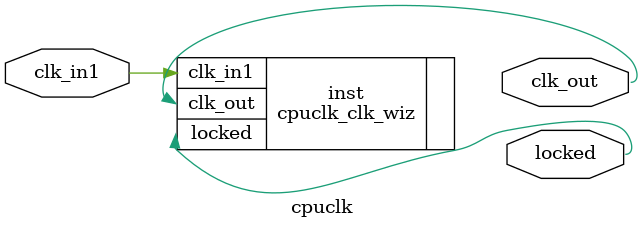
<source format=v>


`timescale 1ps/1ps

(* CORE_GENERATION_INFO = "cpuclk,clk_wiz_v6_0_2_0_0,{component_name=cpuclk,use_phase_alignment=true,use_min_o_jitter=false,use_max_i_jitter=false,use_dyn_phase_shift=false,use_inclk_switchover=false,use_dyn_reconfig=false,enable_axi=0,feedback_source=FDBK_AUTO,PRIMITIVE=PLL,num_out_clk=1,clkin1_period=10.000,clkin2_period=10.000,use_power_down=false,use_reset=false,use_locked=true,use_inclk_stopped=false,feedback_type=SINGLE,CLOCK_MGR_TYPE=NA,manual_override=false}" *)

module cpuclk 
 (
  // Clock out ports
  output        clk_out,
  // Status and control signals
  output        locked,
 // Clock in ports
  input         clk_in1
 );

  cpuclk_clk_wiz inst
  (
  // Clock out ports  
  .clk_out(clk_out),
  // Status and control signals               
  .locked(locked),
 // Clock in ports
  .clk_in1(clk_in1)
  );

endmodule

</source>
